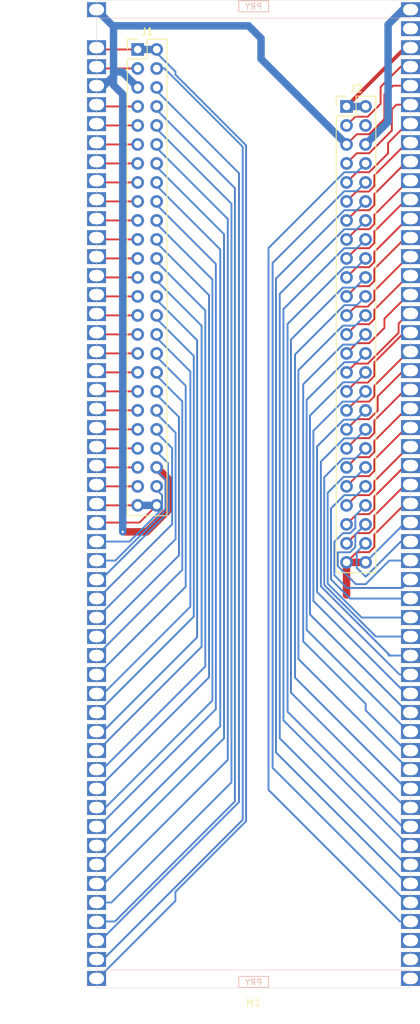
<source format=kicad_pcb>
(kicad_pcb (version 20241229) (generator "pcbnew") (generator_version "9.0")
  (layers (0 "F.Cu" signal) (2 "B.Cu" signal) (13 "F.Paste" user) (15 "B.Paste" user) (5 "F.SilkS" user "F.Silkscreen") (7 "B.SilkS" user "B.Silkscreen") (1 "F.Mask" user) (3 "B.Mask" user) (25 "Edge.Cuts" user))
  (net 0 "")
  (net 2 "J1_35")
  (net 3 "J1_24")
  (net 4 "J1_17")
  (net 5 "J1_19")
  (net 6 "J1_37")
  (net 7 "J1_30")
  (net 8 "J1_26")
  (net 9 "J1_29")
  (net 10 "J1_7")
  (net 11 "J1_4")
  (net 12 "J1_20")
  (net 13 "J1_39")
  (net 14 "J1_8")
  (net 15 "J1_41")
  (net 16 "J1_3")
  (net 17 "J1_38")
  (net 18 "J1_16")
  (net 19 "J1_23")
  (net 20 "J1_44")
  (net 21 "J1_32")
  (net 22 "J1_40")
  (net 23 "J1_11")
  (net 24 "J1_22")
  (net 25 "J1_14")
  (net 26 "J1_48")
  (net 27 "J1_31")
  (net 28 "J1_12")
  (net 29 "J1_9")
  (net 30 "J1_25")
  (net 31 "J1_42")
  (net 32 "J1_13")
  (net 33 "J1_43")
  (net 34 "J1_18")
  (net 35 "J1_33")
  (net 36 "J1_34")
  (net 37 "J1_10")
  (net 38 "J1_1")
  (net 39 "J1_47")
  (net 40 "J1_15")
  (net 41 "J1_27")
  (net 42 "J1_28")
  (net 43 "J1_21")
  (net 44 "J1_36")
  (net 45 "J2_48")
  (net 46 "J2_21")
  (net 47 "J2_31")
  (net 48 "J2_27")
  (net 49 "J2_37")
  (net 50 "J2_28")
  (net 51 "J2_47")
  (net 52 "J2_42")
  (net 53 "J2_36")
  (net 54 "J2_40")
  (net 55 "J2_17")
  (net 56 "J2_11")
  (net 57 "J2_41")
  (net 58 "J2_30")
  (net 59 "J2_24")
  (net 60 "J2_23")
  (net 61 "J2_26")
  (net 62 "J2_38")
  (net 63 "J2_43")
  (net 64 "J2_12")
  (net 65 "J2_32")
  (net 66 "J2_33")
  (net 67 "J2_35")
  (net 68 "J2_16")
  (net 69 "J2_7")
  (net 70 "J2_34")
  (net 71 "J2_18")
  (net 72 "J2_15")
  (net 73 "J2_14")
  (net 74 "J2_39")
  (net 75 "J2_9")
  (net 76 "J2_44")
  (net 77 "J2_20")
  (net 78 "J2_25")
  (net 79 "J2_10")
  (net 80 "J2_13")
  (net 81 "J2_29")
  (net 82 "J2_8")
  (net 83 "J2_19")
  (net 84 "J2_22")
  (net 85 "J1_46")
  (net 86 "J2_3")
  (net 87 "J1_45")
  (net 88 "J2_4")
  (footprint "MegaCastle:MegaCastle2x52-Module-I42.0x127.3-M1" (layer "F.Cu") (at 65.5 109.45)
    (property "Reference" "M1")
    (property "Value" "~")
    (fp_line (start -21 -66.040001) (end -21 66.040001) (stroke (width 0.05)) (layer "Edge.Cuts"))
    (fp_line (start -21 -66.040001) (end 21 -66.040001) (stroke (width 0.05)) (layer "Edge.Cuts"))
    (fp_line (start -21 66.040001) (end 21 66.040001) (stroke (width 0.05)) (layer "Edge.Cuts"))
    (fp_line (start 21 -66.040001) (end 21 66.040001) (stroke (width 0.05)) (layer "Edge.Cuts"))
  )
  (footprint "Connector_PinHeader_2.54mm:PinHeader_2x25_P2.54mm_Vertical" (layer "F.Cu") (at 50 50)
    (property "Reference" "J1")
    (property "Value" "Conn_02x25_Odd_Even")
  )
  (footprint "Connector_PinHeader_2.54mm:PinHeader_2x25_P2.54mm_Vertical" (layer "F.Cu") (at 77.94 57.62)
    (property "Reference" "J2")
    (property "Value" "Conn_02x25_Odd_Even")
  )
  (segment (start 44.74 93.18) (end 44.5 92.94) (width 0.25) (layer "F.Cu") (net 2))
  (segment (start 50 93.18) (end 44.74 93.18) (width 0.25) (layer "F.Cu") (net 2))
  (segment (start 59.049 132.5) (end 59.049 84.9) (width 0.25) (layer "B.Cu") (net 3))
  (segment (start 45.269 146.28) (end 59.049 132.5) (width 0.25) (layer "B.Cu") (net 3))
  (segment (start 59.049 84.9) (end 52.089 77.94) (width 0.25) (layer "B.Cu") (net 3))
  (segment (start 44.049 146.28) (end 45.269 146.28) (width 0.25) (layer "B.Cu") (net 3))
  (segment (start 50 70.32) (end 44.74 70.32) (width 0.25) (layer "F.Cu") (net 4))
  (segment (start 44.74 70.32) (end 44.5 70.08) (width 0.25) (layer "F.Cu") (net 4))
  (segment (start 50 72.86) (end 44.74 72.86) (width 0.25) (layer "F.Cu") (net 5))
  (segment (start 44.74 72.86) (end 44.5 72.62) (width 0.25) (layer "F.Cu") (net 5))
  (segment (start 50 95.72) (end 44.74 95.72) (width 0.25) (layer "F.Cu") (net 6))
  (segment (start 44.74 95.72) (end 44.5 95.48) (width 0.25) (layer "F.Cu") (net 6))
  (segment (start 57.5 90.971) (end 57.5 125.835) (width 0.25) (layer "B.Cu") (net 7))
  (segment (start 57.5 125.835) (end 44.675 138.66) (width 0.25) (layer "B.Cu") (net 7))
  (segment (start 52.089 85.56) (end 57.5 90.971) (width 0.25) (layer "B.Cu") (net 7))
  (segment (start 58.549 129.866) (end 44.675 143.74) (width 0.25) (layer "B.Cu") (net 8))
  (segment (start 52.089 80.48) (end 58.549 86.94) (width 0.25) (layer "B.Cu") (net 8))
  (segment (start 58.549 86.94) (end 58.549 129.866) (width 0.25) (layer "B.Cu") (net 8))
  (segment (start 50 85.56) (end 44.74 85.56) (width 0.25) (layer "F.Cu") (net 9))
  (segment (start 44.74 85.56) (end 44.5 85.32) (width 0.25) (layer "F.Cu") (net 9))
  (segment (start 44.74 57.62) (end 44.5 57.38) (width 0.25) (layer "F.Cu") (net 10))
  (segment (start 50 57.62) (end 44.74 57.62) (width 0.25) (layer "F.Cu") (net 10))
  (segment (start 53.509 52.54) (end 52.089 52.54) (width 0.25) (layer "B.Cu") (net 11))
  (segment (start 64.049 153) (end 64.049 63) (width 0.25) (layer "B.Cu") (net 11))
  (segment (start 53.549 52.5) (end 53.509 52.54) (width 0.25) (layer "B.Cu") (net 11))
  (segment (start 45.369 171.68) (end 64.049 153) (width 0.25) (layer "B.Cu") (net 11))
  (segment (start 44.049 171.68) (end 45.369 171.68) (width 0.25) (layer "B.Cu") (net 11))
  (segment (start 64.049 63) (end 53.549 52.5) (width 0.25) (layer "B.Cu") (net 11))
  (segment (start 60 137.049) (end 60 80.771) (width 0.25) (layer "B.Cu") (net 12))
  (segment (start 60 80.771) (end 52.089 72.86) (width 0.25) (layer "B.Cu") (net 12))
  (segment (start 44.049 151.36) (end 45.689 151.36) (width 0.25) (layer "B.Cu") (net 12))
  (segment (start 45.689 151.36) (end 60 137.049) (width 0.25) (layer "B.Cu") (net 12))
  (segment (start 50 98.26) (end 44.74 98.26) (width 0.25) (layer "F.Cu") (net 13))
  (segment (start 44.74 98.26) (end 44.5 98.02) (width 0.25) (layer "F.Cu") (net 13))
  (segment (start 63 68.531) (end 52.089 57.62) (width 0.25) (layer "B.Cu") (net 14))
  (segment (start 63 150.549) (end 63 68.531) (width 0.25) (layer "B.Cu") (net 14))
  (segment (start 46.949 166.6) (end 63 150.549) (width 0.25) (layer "B.Cu") (net 14))
  (segment (start 44.049 166.6) (end 46.949 166.6) (width 0.25) (layer "B.Cu") (net 14))
  (segment (start 50 100.8) (end 44.74 100.8) (width 0.25) (layer "F.Cu") (net 15))
  (segment (start 44.74 100.8) (end 44.5 100.56) (width 0.25) (layer "F.Cu") (net 15))
  (segment (start 50 52.54) (end 44.74 52.54) (width 0.25) (layer "F.Cu") (net 16))
  (segment (start 44.74 52.54) (end 44.5 52.3) (width 0.25) (layer "F.Cu") (net 16))
  (segment (start 52.089 95.72) (end 55.52 99.151) (width 0.25) (layer "B.Cu") (net 17))
  (segment (start 55.52 117.655) (end 44.675 128.5) (width 0.25) (layer "B.Cu") (net 17))
  (segment (start 55.52 99.151) (end 55.52 117.655) (width 0.25) (layer "B.Cu") (net 17))
  (segment (start 44.675 128.5) (end 44.049 128.5) (width 0.25) (layer "B.Cu") (net 17))
  (segment (start 45.109 156.44) (end 61.049 140.5) (width 0.25) (layer "B.Cu") (net 18))
  (segment (start 61.049 76.74) (end 52.089 67.78) (width 0.25) (layer "B.Cu") (net 18))
  (segment (start 44.049 156.44) (end 45.109 156.44) (width 0.25) (layer "B.Cu") (net 18))
  (segment (start 61.049 140.5) (end 61.049 76.74) (width 0.25) (layer "B.Cu") (net 18))
  (segment (start 44.74 77.94) (end 44.5 77.7) (width 0.25) (layer "F.Cu") (net 19))
  (segment (start 50 77.94) (end 44.74 77.94) (width 0.25) (layer "F.Cu") (net 19))
  (segment (start 54.167 111.820736) (end 54.167 107.118) (width 0.25) (layer "B.Cu") (net 20))
  (segment (start 54.049 107) (end 54.049 105.3) (width 0.25) (layer "B.Cu") (net 20))
  (segment (start 45.107736 120.88) (end 54.167 111.820736) (width 0.25) (layer "B.Cu") (net 20))
  (segment (start 54.049 105.3) (end 52.089 103.34) (width 0.25) (layer "B.Cu") (net 20))
  (segment (start 44.049 120.88) (end 45.107736 120.88) (width 0.25) (layer "B.Cu") (net 20))
  (segment (start 54.167 107.118) (end 54.049 107) (width 0.25) (layer "B.Cu") (net 20))
  (segment (start 45.429 136.12) (end 57.049 124.5) (width 0.25) (layer "B.Cu") (net 21))
  (segment (start 44.049 136.12) (end 45.429 136.12) (width 0.25) (layer "B.Cu") (net 21))
  (segment (start 57.049 124.5) (end 57.049 93.06) (width 0.25) (layer "B.Cu") (net 21))
  (segment (start 57.049 93.06) (end 52.089 88.1) (width 0.25) (layer "B.Cu") (net 21))
  (segment (start 44.589 125.96) (end 55.069 115.48) (width 0.25) (layer "B.Cu") (net 22))
  (segment (start 55.069 115.48) (end 55.069 101.24) (width 0.25) (layer "B.Cu") (net 22))
  (segment (start 55.069 101.24) (end 52.089 98.26) (width 0.25) (layer "B.Cu") (net 22))
  (segment (start 44.049 125.96) (end 44.589 125.96) (width 0.25) (layer "B.Cu") (net 22))
  (segment (start 44.74 62.7) (end 44.5 62.46) (width 0.25) (layer "F.Cu") (net 23))
  (segment (start 50 62.7) (end 44.74 62.7) (width 0.25) (layer "F.Cu") (net 23))
  (segment (start 52.089 75.4) (end 59.549 82.86) (width 0.25) (layer "B.Cu") (net 24))
  (segment (start 59.549 133.946) (end 44.675 148.82) (width 0.25) (layer "B.Cu") (net 24))
  (segment (start 59.549 82.86) (end 59.549 133.946) (width 0.25) (layer "B.Cu") (net 24))
  (segment (start 52.089 65.24) (end 61.549 74.7) (width 0.25) (layer "B.Cu") (net 25))
  (segment (start 61.549 74.7) (end 61.549 142.106) (width 0.25) (layer "B.Cu") (net 25))
  (segment (start 61.549 142.106) (end 44.675 158.98) (width 0.25) (layer "B.Cu") (net 25))
  (segment (start 48.912116 115.8) (end 44.049 115.8) (width 0.25) (layer "B.Cu") (net 26))
  (segment (start 53.265 109.596) (end 53.265 111.447116) (width 0.25) (layer "B.Cu") (net 26))
  (segment (start 53.265 111.447116) (end 48.912116 115.8) (width 0.25) (layer "B.Cu") (net 26))
  (segment (start 52.089 108.42) (end 53.265 109.596) (width 0.25) (layer "B.Cu") (net 26))
  (segment (start 44.74 88.1) (end 44.5 87.86) (width 0.25) (layer "F.Cu") (net 27))
  (segment (start 50 88.1) (end 44.74 88.1) (width 0.25) (layer "F.Cu") (net 27))
  (segment (start 44.049 161.52) (end 45.529 161.52) (width 0.25) (layer "B.Cu") (net 28))
  (segment (start 45.529 161.52) (end 62.049 145) (width 0.25) (layer "B.Cu") (net 28))
  (segment (start 62.049 145) (end 62.049 72.66) (width 0.25) (layer "B.Cu") (net 28))
  (segment (start 62.049 72.66) (end 52.089 62.7) (width 0.25) (layer "B.Cu") (net 28))
  (segment (start 44.74 60.16) (end 44.5 59.92) (width 0.25) (layer "F.Cu") (net 29))
  (segment (start 50 60.16) (end 44.74 60.16) (width 0.25) (layer "F.Cu") (net 29))
  (segment (start 44.74 80.48) (end 44.5 80.24) (width 0.25) (layer "F.Cu") (net 30))
  (segment (start 50 80.48) (end 44.74 80.48) (width 0.25) (layer "F.Cu") (net 30))
  (segment (start 52.089 100.8) (end 54.618 103.329) (width 0.25) (layer "B.Cu") (net 31))
  (segment (start 54.618 113.477) (end 44.675 123.42) (width 0.25) (layer "B.Cu") (net 31))
  (segment (start 54.618 103.329) (end 54.618 113.477) (width 0.25) (layer "B.Cu") (net 31))
  (segment (start 44.74 65.24) (end 44.5 65) (width 0.25) (layer "F.Cu") (net 32))
  (segment (start 50 65.24) (end 44.74 65.24) (width 0.25) (layer "F.Cu") (net 32))
  (segment (start 50 103.34) (end 44.74 103.34) (width 0.25) (layer "F.Cu") (net 33))
  (segment (start 44.74 103.34) (end 44.5 103.1) (width 0.25) (layer "F.Cu") (net 33))
  (segment (start 60.451 78.682) (end 60.451 138.224) (width 0.25) (layer "B.Cu") (net 34))
  (segment (start 60.451 138.224) (end 44.675 154) (width 0.25) (layer "B.Cu") (net 34))
  (segment (start 52.089 70.32) (end 60.451 78.682) (width 0.25) (layer "B.Cu") (net 34))
  (segment (start 50 90.64) (end 44.74 90.64) (width 0.25) (layer "F.Cu") (net 35))
  (segment (start 44.74 90.64) (end 44.5 90.4) (width 0.25) (layer "F.Cu") (net 35))
  (segment (start 44.675 133.58) (end 44.049 133.58) (width 0.25) (layer "B.Cu") (net 36))
  (segment (start 56.422 94.973) (end 56.422 121.833) (width 0.25) (layer "B.Cu") (net 36))
  (segment (start 56.422 121.833) (end 44.675 133.58) (width 0.25) (layer "B.Cu") (net 36))
  (segment (start 52.089 90.64) (end 56.422 94.973) (width 0.25) (layer "B.Cu") (net 36))
  (segment (start 62.549 148) (end 46.489 164.06) (width 0.25) (layer "B.Cu") (net 37))
  (segment (start 52.089 60.16) (end 62.549 70.62) (width 0.25) (layer "B.Cu") (net 37))
  (segment (start 46.489 164.06) (end 44.049 164.06) (width 0.25) (layer "B.Cu") (net 37))
  (segment (start 62.549 70.62) (end 62.549 148) (width 0.25) (layer "B.Cu") (net 37))
  (segment (start 44.74 50) (end 44.5 49.76) (width 0.25) (layer "F.Cu") (net 38))
  (segment (start 77.94 57.62) (end 85.749 49.811) (width 0.5) (layer "F.Cu") (net 38))
  (segment (start 79.304 117.216) (end 77.94 118.58) (width 0.25) (layer "F.Cu") (net 38))
  (segment (start 50.24 113.26) (end 44.5 113.26) (width 0.25) (layer "F.Cu") (net 38))
  (segment (start 81.656 116.527116) (end 80.967116 117.216) (width 0.25) (layer "F.Cu") (net 38))
  (segment (start 85.749 49.811) (end 85.749 49.76) (width 0.5) (layer "F.Cu") (net 38))
  (segment (start 77.94 118.58) (end 80.48 118.58) (width 1) (layer "F.Cu") (net 38))
  (segment (start 77.94 118.58) (end 77.94 122.94) (width 1) (layer "F.Cu") (net 38))
  (segment (start 50 50) (end 44.74 50) (width 0.25) (layer "F.Cu") (net 38))
  (segment (start 86.5 110.72) (end 85.8 110.72) (width 0.25) (layer "F.Cu") (net 38))
  (segment (start 50 110.96) (end 44.74 110.96) (width 0.25) (layer "F.Cu") (net 38))
  (segment (start 80.967116 117.216) (end 79.304 117.216) (width 0.25) (layer "F.Cu") (net 38))
  (segment (start 52.54 110.96) (end 50.24 113.26) (width 0.25) (layer "F.Cu") (net 38))
  (segment (start 85.8 110.72) (end 81.656 114.864) (width 0.25) (layer "F.Cu") (net 38))
  (segment (start 44.74 110.96) (end 44.5 110.72) (width 0.25) (layer "F.Cu") (net 38))
  (segment (start 81.656 114.864) (end 81.656 116.527116) (width 0.25) (layer "F.Cu") (net 38))
  (segment (start 52.54 50) (end 50 50) (width 1) (layer "B.Cu") (net 38))
  (segment (start 52.089 50) (end 55.049 52.96) (width 0.25) (layer "B.Cu") (net 38))
  (segment (start 64.5 62.81319) (end 64.5 153.18681) (width 0.25) (layer "B.Cu") (net 38))
  (segment (start 55.049 53.36219) (end 64.5 62.81319) (width 0.25) (layer "B.Cu") (net 38))
  (segment (start 85.8 113.26) (end 80.48 118.58) (width 0.25) (layer "B.Cu") (net 38))
  (segment (start 55.049 162.63781) (end 55.049 163.846) (width 0.25) (layer "B.Cu") (net 38))
  (segment (start 55.049 163.846) (end 44.675 174.22) (width 0.25) (layer "B.Cu") (net 38))
  (segment (start 80.48 57.62) (end 77.94 57.62) (width 1) (layer "B.Cu") (net 38))
  (segment (start 52.54 110.96) (end 50 110.96) (width 1) (layer "B.Cu") (net 38))
  (segment (start 86.5 113.26) (end 85.8 113.26) (width 0.25) (layer "B.Cu") (net 38))
  (segment (start 55.049 52.96) (end 55.049 53.36219) (width 0.25) (layer "B.Cu") (net 38))
  (segment (start 64.5 153.18681) (end 55.049 162.63781) (width 0.25) (layer "B.Cu") (net 38))
  (segment (start 50 108.42) (end 44.74 108.42) (width 0.25) (layer "F.Cu") (net 39))
  (segment (start 44.74 108.42) (end 44.5 108.18) (width 0.25) (layer "F.Cu") (net 39))
  (segment (start 50 67.78) (end 44.74 67.78) (width 0.25) (layer "F.Cu") (net 40))
  (segment (start 44.74 67.78) (end 44.5 67.54) (width 0.25) (layer "F.Cu") (net 40))
  (segment (start 50 83.02) (end 44.74 83.02) (width 0.25) (layer "F.Cu") (net 41))
  (segment (start 44.74 83.02) (end 44.5 82.78) (width 0.25) (layer "F.Cu") (net 41))
  (segment (start 45.349 141.2) (end 57.951 128.598) (width 0.25) (layer "B.Cu") (net 42))
  (segment (start 57.951 88.882) (end 52.089 83.02) (width 0.25) (layer "B.Cu") (net 42))
  (segment (start 44.049 141.2) (end 45.349 141.2) (width 0.25) (layer "B.Cu") (net 42))
  (segment (start 57.951 128.598) (end 57.951 88.882) (width 0.25) (layer "B.Cu") (net 42))
  (segment (start 44.74 75.4) (end 44.5 75.16) (width 0.25) (layer "F.Cu") (net 43))
  (segment (start 50 75.4) (end 44.74 75.4) (width 0.25) (layer "F.Cu") (net 43))
  (segment (start 55.971 119.578) (end 55.971 97.062) (width 0.25) (layer "B.Cu") (net 44))
  (segment (start 44.049 131.04) (end 44.509 131.04) (width 0.25) (layer "B.Cu") (net 44))
  (segment (start 44.509 131.04) (end 55.971 119.578) (width 0.25) (layer "B.Cu") (net 44))
  (segment (start 55.971 97.062) (end 52.089 93.18) (width 0.25) (layer "B.Cu") (net 44))
  (segment (start 79.304 117.216) (end 80.48 116.04) (width 0.25) (layer "B.Cu") (net 45))
  (segment (start 79.304 119.304) (end 79.304 117.216) (width 0.25) (layer "B.Cu") (net 45))
  (segment (start 80.5 120.5) (end 79.304 119.304) (width 0.25) (layer "B.Cu") (net 45))
  (segment (start 85.2 115.8) (end 80.5 120.5) (width 0.25) (layer "B.Cu") (net 45))
  (segment (start 86.5 115.8) (end 85.2 115.8) (width 0.25) (layer "B.Cu") (net 45))
  (segment (start 81.656 79.344) (end 81.656 80.967116) (width 0.25) (layer "F.Cu") (net 46))
  (segment (start 81.656 80.967116) (end 80.967116 81.656) (width 0.25) (layer "F.Cu") (net 46))
  (segment (start 79.304 81.656) (end 77.94 83.02) (width 0.25) (layer "F.Cu") (net 46))
  (segment (start 86.5 75.16) (end 85.84 75.16) (width 0.25) (layer "F.Cu") (net 46))
  (segment (start 85.84 75.16) (end 81.656 79.344) (width 0.25) (layer "F.Cu") (net 46))
  (segment (start 80.967116 81.656) (end 79.304 81.656) (width 0.25) (layer "F.Cu") (net 46))
  (segment (start 81.656 93.667116) (end 80.779116 94.544) (width 0.25) (layer "F.Cu") (net 47))
  (segment (start 85.64 87.86) (end 81.656 91.844) (width 0.25) (layer "F.Cu") (net 47))
  (segment (start 81.656 91.844) (end 81.656 93.667116) (width 0.25) (layer "F.Cu") (net 47))
  (segment (start 79.116 94.544) (end 77.94 95.72) (width 0.25) (layer "F.Cu") (net 47))
  (segment (start 86.5 87.86) (end 85.64 87.86) (width 0.25) (layer "F.Cu") (net 47))
  (segment (start 80.779116 94.544) (end 79.116 94.544) (width 0.25) (layer "F.Cu") (net 47))
  (segment (start 80.967116 89.276) (end 79.304 89.276) (width 0.25) (layer "F.Cu") (net 48))
  (segment (start 83.01 86) (end 83.01 87.233116) (width 0.25) (layer "F.Cu") (net 48))
  (segment (start 79.304 89.276) (end 77.94 90.64) (width 0.25) (layer "F.Cu") (net 48))
  (segment (start 86.23 82.78) (end 83.01 86) (width 0.25) (layer "F.Cu") (net 48))
  (segment (start 83.01 87.233116) (end 80.967116 89.276) (width 0.25) (layer "F.Cu") (net 48))
  (segment (start 86.5 82.78) (end 86.23 82.78) (width 0.25) (layer "F.Cu") (net 48))
  (segment (start 81.656 99.624) (end 81.656 101.287116) (width 0.25) (layer "F.Cu") (net 49))
  (segment (start 79.304 101.976) (end 77.94 103.34) (width 0.25) (layer "F.Cu") (net 49))
  (segment (start 85.8 95.48) (end 81.656 99.624) (width 0.25) (layer "F.Cu") (net 49))
  (segment (start 81.656 101.287116) (end 80.967116 101.976) (width 0.25) (layer "F.Cu") (net 49))
  (segment (start 86.5 95.48) (end 85.8 95.48) (width 0.25) (layer "F.Cu") (net 49))
  (segment (start 80.967116 101.976) (end 79.304 101.976) (width 0.25) (layer "F.Cu") (net 49))
  (segment (start 77.640884 91.816) (end 79.304 91.816) (width 0.25) (layer "B.Cu") (net 50))
  (segment (start 72.598 96.858884) (end 77.640884 91.816) (width 0.25) (layer "B.Cu") (net 50))
  (segment (start 86.2 141.2) (end 72.598 127.598) (width 0.25) (layer "B.Cu") (net 50))
  (segment (start 79.304 91.816) (end 80.48 90.64) (width 0.25) (layer "B.Cu") (net 50))
  (segment (start 72.598 127.598) (end 72.598 96.858884) (width 0.25) (layer "B.Cu") (net 50))
  (segment (start 86.5 141.2) (end 86.2 141.2) (width 0.25) (layer "B.Cu") (net 50))
  (segment (start 81.656 113.987116) (end 80.967116 114.676) (width 0.25) (layer "F.Cu") (net 51))
  (segment (start 85.82 108.18) (end 81.656 112.344) (width 0.25) (layer "F.Cu") (net 51))
  (segment (start 79.304 114.676) (end 77.94 116.04) (width 0.25) (layer "F.Cu") (net 51))
  (segment (start 81.656 112.344) (end 81.656 113.987116) (width 0.25) (layer "F.Cu") (net 51))
  (segment (start 86.5 108.18) (end 85.82 108.18) (width 0.25) (layer "F.Cu") (net 51))
  (segment (start 80.967116 114.676) (end 79.304 114.676) (width 0.25) (layer "F.Cu") (net 51))
  (segment (start 77.640884 109.596) (end 79.304 109.596) (width 0.25) (layer "B.Cu") (net 52))
  (segment (start 86.5 123.42) (end 78.42 123.42) (width 0.25) (layer "B.Cu") (net 52))
  (segment (start 75.862 111.374884) (end 77.640884 109.596) (width 0.25) (layer "B.Cu") (net 52))
  (segment (start 79.304 109.596) (end 80.48 108.42) (width 0.25) (layer "B.Cu") (net 52))
  (segment (start 78.42 123.42) (end 75.862 120.862) (width 0.25) (layer "B.Cu") (net 52))
  (segment (start 75.862 120.862) (end 75.862 111.374884) (width 0.25) (layer "B.Cu") (net 52))
  (segment (start 74.5 105.116884) (end 77.616884 102) (width 0.25) (layer "B.Cu") (net 53))
  (segment (start 83.76438 131.04) (end 74.5 121.77562) (width 0.25) (layer "B.Cu") (net 53))
  (segment (start 74.5 121.77562) (end 74.5 105.116884) (width 0.25) (layer "B.Cu") (net 53))
  (segment (start 77.616884 102) (end 79.28 102) (width 0.25) (layer "B.Cu") (net 53))
  (segment (start 86.5 131.04) (end 84 131.04) (width 0.25) (layer "B.Cu") (net 53))
  (segment (start 84 131.04) (end 83.54 131.04) (width 0.25) (layer "B.Cu") (net 53))
  (segment (start 79.28 102) (end 80.48 100.8) (width 0.25) (layer "B.Cu") (net 53))
  (segment (start 84 131.04) (end 83.76438 131.04) (width 0.25) (layer "B.Cu") (net 53))
  (segment (start 86.5 125.96) (end 79.96 125.96) (width 0.25) (layer "B.Cu") (net 54))
  (segment (start 79.216884 107.143116) (end 80.48 105.88) (width 0.25) (layer "B.Cu") (net 54))
  (segment (start 77.553768 107.143116) (end 79.216884 107.143116) (width 0.25) (layer "B.Cu") (net 54))
  (segment (start 75.411 121.411) (end 75.411 109.285884) (width 0.25) (layer "B.Cu") (net 54))
  (segment (start 79.96 125.96) (end 75.411 121.411) (width 0.25) (layer "B.Cu") (net 54))
  (segment (start 75.411 109.285884) (end 77.553768 107.143116) (width 0.25) (layer "B.Cu") (net 54))
  (segment (start 79.304 76.576) (end 77.94 77.94) (width 0.25) (layer "F.Cu") (net 55))
  (segment (start 81.656 75.887116) (end 80.967116 76.576) (width 0.25) (layer "F.Cu") (net 55))
  (segment (start 81.656 74.344) (end 81.656 75.887116) (width 0.25) (layer "F.Cu") (net 55))
  (segment (start 80.967116 76.576) (end 79.304 76.576) (width 0.25) (layer "F.Cu") (net 55))
  (segment (start 85.92 70.08) (end 81.656 74.344) (width 0.25) (layer "F.Cu") (net 55))
  (segment (start 86.5 70.08) (end 85.92 70.08) (width 0.25) (layer "F.Cu") (net 55))
  (segment (start 80.923116 69) (end 79.26 69) (width 0.25) (layer "F.Cu") (net 56))
  (segment (start 86.5 62.46) (end 86.04 62.46) (width 0.25) (layer "F.Cu") (net 56))
  (segment (start 79.26 69) (end 77.94 70.32) (width 0.25) (layer "F.Cu") (net 56))
  (segment (start 81.656 68.267116) (end 80.923116 69) (width 0.25) (layer "F.Cu") (net 56))
  (segment (start 81.656 66.844) (end 81.656 68.267116) (width 0.25) (layer "F.Cu") (net 56))
  (segment (start 86.04 62.46) (end 81.656 66.844) (width 0.25) (layer "F.Cu") (net 56))
  (segment (start 81.656 104.844) (end 81.656 106.367116) (width 0.25) (layer "F.Cu") (net 57))
  (segment (start 80.967116 107.056) (end 79.304 107.056) (width 0.25) (layer "F.Cu") (net 57))
  (segment (start 85.94 100.56) (end 81.656 104.844) (width 0.25) (layer "F.Cu") (net 57))
  (segment (start 79.304 107.056) (end 77.94 108.42) (width 0.25) (layer "F.Cu") (net 57))
  (segment (start 81.656 106.367116) (end 80.967116 107.056) (width 0.25) (layer "F.Cu") (net 57))
  (segment (start 86.5 100.56) (end 85.94 100.56) (width 0.25) (layer "F.Cu") (net 57))
  (segment (start 77.496884 94.5) (end 79.16 94.5) (width 0.25) (layer "B.Cu") (net 58))
  (segment (start 79.16 94.5) (end 80.48 93.18) (width 0.25) (layer "B.Cu") (net 58))
  (segment (start 86.5 138.66) (end 86.16 138.66) (width 0.25) (layer "B.Cu") (net 58))
  (segment (start 73.049 125.549) (end 73.049 98.947884) (width 0.25) (layer "B.Cu") (net 58))
  (segment (start 86.16 138.66) (end 73.049 125.549) (width 0.25) (layer "B.Cu") (net 58))
  (segment (start 73.049 98.947884) (end 77.496884 94.5) (width 0.25) (layer "B.Cu") (net 58))
  (segment (start 77.452884 86.924) (end 79.116 86.924) (width 0.25) (layer "B.Cu") (net 59))
  (segment (start 86.28 146.28) (end 71.5 131.5) (width 0.25) (layer "B.Cu") (net 59))
  (segment (start 79.116 86.924) (end 80.48 85.56) (width 0.25) (layer "B.Cu") (net 59))
  (segment (start 71.5 131.5) (end 71.5 92.876884) (width 0.25) (layer "B.Cu") (net 59))
  (segment (start 86.5 146.28) (end 86.28 146.28) (width 0.25) (layer "B.Cu") (net 59))
  (segment (start 71.5 92.876884) (end 77.452884 86.924) (width 0.25) (layer "B.Cu") (net 59))
  (segment (start 81.656 83.507116) (end 80.779116 84.384) (width 0.25) (layer "F.Cu") (net 60))
  (segment (start 80.779116 84.384) (end 79.116 84.384) (width 0.25) (layer "F.Cu") (net 60))
  (segment (start 86.5 77.7) (end 86.23 77.7) (width 0.25) (layer "F.Cu") (net 60))
  (segment (start 79.116 84.384) (end 77.94 85.56) (width 0.25) (layer "F.Cu") (net 60))
  (segment (start 81.656 82.274) (end 81.656 83.507116) (width 0.25) (layer "F.Cu") (net 60))
  (segment (start 86.23 77.7) (end 81.656 82.274) (width 0.25) (layer "F.Cu") (net 60))
  (segment (start 77.452884 89.464) (end 72.147 94.769884) (width 0.25) (layer "B.Cu") (net 61))
  (segment (start 80.48 88.1) (end 79.116 89.464) (width 0.25) (layer "B.Cu") (net 61))
  (segment (start 72.147 94.769884) (end 72.147 129.147) (width 0.25) (layer "B.Cu") (net 61))
  (segment (start 79.116 89.464) (end 77.452884 89.464) (width 0.25) (layer "B.Cu") (net 61))
  (segment (start 72.147 129.147) (end 80.5 137.5) (width 0.25) (layer "B.Cu") (net 61))
  (segment (start 80.5 137.5) (end 80.5 138.366) (width 0.25) (layer "B.Cu") (net 61))
  (segment (start 80.5 138.366) (end 85.874 143.74) (width 0.25) (layer "B.Cu") (net 61))
  (segment (start 74.96 121.59781) (end 74.96 107.196884) (width 0.25) (layer "B.Cu") (net 62))
  (segment (start 77.452884 104.704) (end 79.116 104.704) (width 0.25) (layer "B.Cu") (net 62))
  (segment (start 86.5 128.5) (end 81.86219 128.5) (width 0.25) (layer "B.Cu") (net 62))
  (segment (start 74.96 107.196884) (end 77.452884 104.704) (width 0.25) (layer "B.Cu") (net 62))
  (segment (start 81.86219 128.5) (end 74.96 121.59781) (width 0.25) (layer "B.Cu") (net 62))
  (segment (start 79.116 104.704) (end 80.48 103.34) (width 0.25) (layer "B.Cu") (net 62))
  (segment (start 86.5 103.1) (end 86.293 103.1) (width 0.25) (layer "F.Cu") (net 63))
  (segment (start 81.656 108.907116) (end 80.967116 109.596) (width 0.25) (layer "F.Cu") (net 63))
  (segment (start 80.967116 109.596) (end 79.304 109.596) (width 0.25) (layer "F.Cu") (net 63))
  (segment (start 81.656 107.737) (end 81.656 108.907116) (width 0.25) (layer "F.Cu") (net 63))
  (segment (start 79.304 109.596) (end 77.94 110.96) (width 0.25) (layer "F.Cu") (net 63))
  (segment (start 86.293 103.1) (end 81.656 107.737) (width 0.25) (layer "F.Cu") (net 63))
  (segment (start 86.5 161.52) (end 86.02 161.52) (width 0.25) (layer "B.Cu") (net 64))
  (segment (start 77.640884 71.496) (end 79.304 71.496) (width 0.25) (layer "B.Cu") (net 64))
  (segment (start 68.5 144) (end 68.5 80.636884) (width 0.25) (layer "B.Cu") (net 64))
  (segment (start 86.02 161.52) (end 68.5 144) (width 0.25) (layer "B.Cu") (net 64))
  (segment (start 79.304 71.496) (end 80.48 70.32) (width 0.25) (layer "B.Cu") (net 64))
  (segment (start 68.5 80.636884) (end 77.640884 71.496) (width 0.25) (layer "B.Cu") (net 64))
  (segment (start 73.5 101) (end 73.5 123.746) (width 0.25) (layer "B.Cu") (net 65))
  (segment (start 77.416 97.084) (end 73.5 101) (width 0.25) (layer "B.Cu") (net 65))
  (segment (start 79.116 97.084) (end 77.416 97.084) (width 0.25) (layer "B.Cu") (net 65))
  (segment (start 80.48 95.72) (end 79.116 97.084) (width 0.25) (layer "B.Cu") (net 65))
  (segment (start 73.5 123.746) (end 85.874 136.12) (width 0.25) (layer "B.Cu") (net 65))
  (segment (start 86.23 90.4) (end 81.656 94.974) (width 0.25) (layer "F.Cu") (net 66))
  (segment (start 79.116 97.084) (end 77.94 98.26) (width 0.25) (layer "F.Cu") (net 66))
  (segment (start 81.656 94.974) (end 81.656 96.395116) (width 0.25) (layer "F.Cu") (net 66))
  (segment (start 81.656 96.395116) (end 80.967116 97.084) (width 0.25) (layer "F.Cu") (net 66))
  (segment (start 86.5 90.4) (end 86.23 90.4) (width 0.25) (layer "F.Cu") (net 66))
  (segment (start 80.967116 97.084) (end 79.116 97.084) (width 0.25) (layer "F.Cu") (net 66))
  (segment (start 82.107 96.393) (end 82.107 98.296116) (width 0.25) (layer "F.Cu") (net 67))
  (segment (start 85.56 92.94) (end 82.107 96.393) (width 0.25) (layer "F.Cu") (net 67))
  (segment (start 86.5 92.94) (end 85.56 92.94) (width 0.25) (layer "F.Cu") (net 67))
  (segment (start 82.107 98.296116) (end 80.967116 99.436) (width 0.25) (layer "F.Cu") (net 67))
  (segment (start 79.304 99.436) (end 77.94 100.8) (width 0.25) (layer "F.Cu") (net 67))
  (segment (start 80.967116 99.436) (end 79.304 99.436) (width 0.25) (layer "F.Cu") (net 67))
  (segment (start 77.640884 76.576) (end 79.304 76.576) (width 0.25) (layer "B.Cu") (net 68))
  (segment (start 86.23 156.44) (end 69.5 139.71) (width 0.25) (layer "B.Cu") (net 68))
  (segment (start 69.5 139.71) (end 69.5 84.716884) (width 0.25) (layer "B.Cu") (net 68))
  (segment (start 86.5 156.44) (end 86.23 156.44) (width 0.25) (layer "B.Cu") (net 68))
  (segment (start 79.304 76.576) (end 80.48 75.4) (width 0.25) (layer "B.Cu") (net 68))
  (segment (start 69.5 84.716884) (end 77.640884 76.576) (width 0.25) (layer "B.Cu") (net 68))
  (segment (start 80.967116 63.876) (end 84 60.843116) (width 0.25) (layer "F.Cu") (net 69))
  (segment (start 79.304 63.876) (end 80.967116 63.876) (width 0.25) (layer "F.Cu") (net 69))
  (segment (start 84 60.843116) (end 84 58) (width 0.25) (layer "F.Cu") (net 69))
  (segment (start 77.94 65.24) (end 79.304 63.876) (width 0.25) (layer "F.Cu") (net 69))
  (segment (start 84.62 57.38) (end 86.5 57.38) (width 0.25) (layer "F.Cu") (net 69))
  (segment (start 84 58) (end 84.62 57.38) (width 0.25) (layer "F.Cu") (net 69))
  (segment (start 74 122.55) (end 74 103.076884) (width 0.25) (layer "B.Cu") (net 70))
  (segment (start 74 103.076884) (end 77.576884 99.5) (width 0.25) (layer "B.Cu") (net 70))
  (segment (start 79.24 99.5) (end 80.48 98.26) (width 0.25) (layer "B.Cu") (net 70))
  (segment (start 85.03 133.58) (end 74 122.55) (width 0.25) (layer "B.Cu") (net 70))
  (segment (start 86.5 133.58) (end 85.03 133.58) (width 0.25) (layer "B.Cu") (net 70))
  (segment (start 77.576884 99.5) (end 79.24 99.5) (width 0.25) (layer "B.Cu") (net 70))
  (segment (start 80.48 77.94) (end 79.304 79.116) (width 0.25) (layer "B.Cu") (net 71))
  (segment (start 70.049 86.707884) (end 70.049 138.549) (width 0.25) (layer "B.Cu") (net 71))
  (segment (start 77.640884 79.116) (end 70.049 86.707884) (width 0.25) (layer "B.Cu") (net 71))
  (segment (start 85.4 153.9) (end 86.5 153.9) (width 0.25) (layer "B.Cu") (net 71))
  (segment (start 79.304 79.116) (end 77.640884 79.116) (width 0.25) (layer "B.Cu") (net 71))
  (segment (start 70.049 138.549) (end 85.4 153.9) (width 0.25) (layer "B.Cu") (net 71))
  (segment (start 80.967116 74.036) (end 79.304 74.036) (width 0.25) (layer "F.Cu") (net 72))
  (segment (start 81.656 72.114) (end 81.656 73.347116) (width 0.25) (layer "F.Cu") (net 72))
  (segment (start 86.23 67.54) (end 81.656 72.114) (width 0.25) (layer "F.Cu") (net 72))
  (segment (start 86.5 67.54) (end 86.23 67.54) (width 0.25) (layer "F.Cu") (net 72))
  (segment (start 79.304 74.036) (end 77.94 75.4) (width 0.25) (layer "F.Cu") (net 72))
  (segment (start 81.656 73.347116) (end 80.967116 74.036) (width 0.25) (layer "F.Cu") (net 72))
  (segment (start 79.304 74.036) (end 77.640884 74.036) (width 0.25) (layer "B.Cu") (net 73))
  (segment (start 77.640884 74.036) (end 69 82.676884) (width 0.25) (layer "B.Cu") (net 73))
  (segment (start 80.48 72.86) (end 79.304 74.036) (width 0.25) (layer "B.Cu") (net 73))
  (segment (start 69 82.676884) (end 69 142.106) (width 0.25) (layer "B.Cu") (net 73))
  (segment (start 69 142.106) (end 85.874 158.98) (width 0.25) (layer "B.Cu") (net 73))
  (segment (start 81.656 103.827116) (end 80.967116 104.516) (width 0.25) (layer "F.Cu") (net 74))
  (segment (start 81.656 102.344) (end 81.656 103.827116) (width 0.25) (layer "F.Cu") (net 74))
  (segment (start 86.5 98.02) (end 85.98 98.02) (width 0.25) (layer "F.Cu") (net 74))
  (segment (start 85.98 98.02) (end 81.656 102.344) (width 0.25) (layer "F.Cu") (net 74))
  (segment (start 80.967116 104.516) (end 79.304 104.516) (width 0.25) (layer "F.Cu") (net 74))
  (segment (start 79.304 104.516) (end 77.94 105.88) (width 0.25) (layer "F.Cu") (net 74))
  (segment (start 83.5 62.5) (end 85.874 60.126) (width 0.25) (layer "F.Cu") (net 75))
  (segment (start 85.874 60.126) (end 85.874 59.92) (width 0.25) (layer "F.Cu") (net 75))
  (segment (start 77.94 67.78) (end 79.304 66.416) (width 0.25) (layer "F.Cu") (net 75))
  (segment (start 79.304 66.416) (end 80.967116 66.416) (width 0.25) (layer "F.Cu") (net 75))
  (segment (start 83.5 63.883116) (end 83.5 62.5) (width 0.25) (layer "F.Cu") (net 75))
  (segment (start 80.967116 66.416) (end 83.5 63.883116) (width 0.25) (layer "F.Cu") (net 75))
  (segment (start 86.5 120.88) (end 85.38 122) (width 0.25) (layer "B.Cu") (net 76))
  (segment (start 78.427116 114.676) (end 79.116 113.987116) (width 0.25) (layer "B.Cu") (net 76))
  (segment (start 76.313 115.815884) (end 77.452884 114.676) (width 0.25) (layer "B.Cu") (net 76))
  (segment (start 79.116 113.987116) (end 79.116 112.324) (width 0.25) (layer "B.Cu") (net 76))
  (segment (start 79.116 112.324) (end 80.48 110.96) (width 0.25) (layer "B.Cu") (net 76))
  (segment (start 85.38 122) (end 78 122) (width 0.25) (layer "B.Cu") (net 76))
  (segment (start 77.452884 114.676) (end 78.427116 114.676) (width 0.25) (layer "B.Cu") (net 76))
  (segment (start 78 122) (end 76.313 120.313) (width 0.25) (layer "B.Cu") (net 76))
  (segment (start 76.313 120.313) (end 76.313 115.815884) (width 0.25) (layer "B.Cu") (net 76))
  (segment (start 70.5 88.796884) (end 77.452884 81.844) (width 0.25) (layer "B.Cu") (net 77))
  (segment (start 85.86 151.36) (end 70.5 136) (width 0.25) (layer "B.Cu") (net 77))
  (segment (start 70.5 136) (end 70.5 88.796884) (width 0.25) (layer "B.Cu") (net 77))
  (segment (start 79.116 81.844) (end 80.48 80.48) (width 0.25) (layer "B.Cu") (net 77))
  (segment (start 86.5 151.36) (end 85.86 151.36) (width 0.25) (layer "B.Cu") (net 77))
  (segment (start 77.452884 81.844) (end 79.116 81.844) (width 0.25) (layer "B.Cu") (net 77))
  (segment (start 80.967116 86.736) (end 79.304 86.736) (width 0.25) (layer "F.Cu") (net 78))
  (segment (start 79.304 86.736) (end 77.94 88.1) (width 0.25) (layer "F.Cu") (net 78))
  (segment (start 81.656 86.047116) (end 80.967116 86.736) (width 0.25) (layer "F.Cu") (net 78))
  (segment (start 81.656 84.814) (end 81.656 86.047116) (width 0.25) (layer "F.Cu") (net 78))
  (segment (start 86.23 80.24) (end 81.656 84.814) (width 0.25) (layer "F.Cu") (net 78))
  (segment (start 86.5 80.24) (end 86.23 80.24) (width 0.25) (layer "F.Cu") (net 78))
  (segment (start 68.049 78.547884) (end 68.049 146.049) (width 0.25) (layer "B.Cu") (net 79))
  (segment (start 77.640884 68.956) (end 68.049 78.547884) (width 0.25) (layer "B.Cu") (net 79))
  (segment (start 68.049 146.049) (end 68.5 146.5) (width 0.25) (layer "B.Cu") (net 79))
  (segment (start 79.304 68.956) (end 77.640884 68.956) (width 0.25) (layer "B.Cu") (net 79))
  (segment (start 86.5 164.06) (end 86.06 164.06) (width 0.25) (layer "B.Cu") (net 79))
  (segment (start 80.48 67.78) (end 79.304 68.956) (width 0.25) (layer "B.Cu") (net 79))
  (segment (start 86.06 164.06) (end 68.5 146.5) (width 0.25) (layer "B.Cu") (net 79))
  (segment (start 86 65) (end 81.656 69.344) (width 0.25) (layer "F.Cu") (net 80))
  (segment (start 79.3 71.5) (end 77.94 72.86) (width 0.25) (layer "F.Cu") (net 80))
  (segment (start 81.656 70.807116) (end 80.963116 71.5) (width 0.25) (layer "F.Cu") (net 80))
  (segment (start 81.656 69.344) (end 81.656 70.807116) (width 0.25) (layer "F.Cu") (net 80))
  (segment (start 86.5 65) (end 86 65) (width 0.25) (layer "F.Cu") (net 80))
  (segment (start 80.963116 71.5) (end 79.3 71.5) (width 0.25) (layer "F.Cu") (net 80))
  (segment (start 86.5 85.32) (end 86.23 85.32) (width 0.25) (layer "F.Cu") (net 81))
  (segment (start 86.23 85.32) (end 84.904 86.646) (width 0.25) (layer "F.Cu") (net 81))
  (segment (start 84.904 87.879116) (end 80.783116 92) (width 0.25) (layer "F.Cu") (net 81))
  (segment (start 84.904 86.646) (end 84.904 87.879116) (width 0.25) (layer "F.Cu") (net 81))
  (segment (start 79.12 92) (end 77.94 93.18) (width 0.25) (layer "F.Cu") (net 81))
  (segment (start 80.783116 92) (end 79.12 92) (width 0.25) (layer "F.Cu") (net 81))
  (segment (start 86.5 166.6) (end 85.1 166.6) (width 0.25) (layer "B.Cu") (net 82))
  (segment (start 79.304 66.416) (end 80.48 65.24) (width 0.25) (layer "B.Cu") (net 82))
  (segment (start 67.5 76.556884) (end 77.640884 66.416) (width 0.25) (layer "B.Cu") (net 82))
  (segment (start 67.5 149) (end 67.5 76.556884) (width 0.25) (layer "B.Cu") (net 82))
  (segment (start 77.640884 66.416) (end 79.304 66.416) (width 0.25) (layer "B.Cu") (net 82))
  (segment (start 85.1 166.6) (end 67.5 149) (width 0.25) (layer "B.Cu") (net 82))
  (segment (start 79.304 79.116) (end 77.94 80.48) (width 0.25) (layer "F.Cu") (net 83))
  (segment (start 86.5 72.62) (end 86.118 72.62) (width 0.25) (layer "F.Cu") (net 83))
  (segment (start 81.656 77.082) (end 81.656 78.427116) (width 0.25) (layer "F.Cu") (net 83))
  (segment (start 80.967116 79.116) (end 79.304 79.116) (width 0.25) (layer "F.Cu") (net 83))
  (segment (start 81.656 78.427116) (end 80.967116 79.116) (width 0.25) (layer "F.Cu") (net 83))
  (segment (start 86.118 72.62) (end 81.656 77.082) (width 0.25) (layer "F.Cu") (net 83))
  (segment (start 71.049 90.787884) (end 71.049 133.995) (width 0.25) (layer "B.Cu") (net 84))
  (segment (start 79.304 84.196) (end 77.640884 84.196) (width 0.25) (layer "B.Cu") (net 84))
  (segment (start 77.640884 84.196) (end 71.049 90.787884) (width 0.25) (layer "B.Cu") (net 84))
  (segment (start 80.48 83.02) (end 79.304 84.196) (width 0.25) (layer "B.Cu") (net 84))
  (segment (start 71.049 133.995) (end 85.874 148.82) (width 0.25) (layer "B.Cu") (net 84))
  (segment (start 51.193446 114.5) (end 54.091 111.602446) (width 1) (layer "F.Cu") (net 85))
  (segment (start 77.94 62.7) (end 79.304 61.336) (width 0.25) (layer "F.Cu") (net 85))
  (segment (start 44.74 55.08) (end 44.5 54.84) (width 0.25) (layer "F.Cu") (net 85))
  (segment (start 79.304 61.336) (end 80.967116 61.336) (width 0.25) (layer "F.Cu") (net 85))
  (segment (start 83 56) (end 84.16 54.84) (width 0.25) (layer "F.Cu") (net 85))
  (segment (start 83 59.303116) (end 83 56) (width 0.25) (layer "F.Cu") (net 85))
  (segment (start 48 114.5) (end 51.193446 114.5) (width 1) (layer "F.Cu") (net 85))
  (segment (start 54.091 107.431) (end 52.54 105.88) (width 1) (layer "F.Cu") (net 85))
  (segment (start 84.16 54.84) (end 86.5 54.84) (width 0.25) (layer "F.Cu") (net 85))
  (segment (start 54.091 111.602446) (end 54.091 107.431) (width 1) (layer "F.Cu") (net 85))
  (segment (start 80.967116 61.336) (end 83 59.303116) (width 0.25) (layer "F.Cu") (net 85))
  (via (at 48 114.5) (size 0.6) (drill 0.3) (layers "F.Cu" "B.Cu") (net 85))
  (segment (start 79.196884 121.5) (end 76.764 119.067116) (width 0.25) (layer "B.Cu") (net 85))
  (segment (start 48 56) (end 48 114.5) (width 1) (layer "B.Cu") (net 85))
  (segment (start 47.009926 118.34) (end 44.049 118.34) (width 0.25) (layer "B.Cu") (net 85))
  (segment (start 46.66 46.84) (end 64.84 46.84) (width 1) (layer "B.Cu") (net 85))
  (segment (start 53.716 107.507) (end 53.716 111.633926) (width 0.25) (layer "B.Cu") (net 85))
  (segment (start 86.5 118.34) (end 83.66 118.34) (width 0.25) (layer "B.Cu") (net 85))
  (segment (start 79.116 114.864) (end 80.48 113.5) (width 0.25) (layer "B.Cu") (net 85))
  (segment (start 80.5 121.5) (end 79.196884 121.5) (width 0.25) (layer "B.Cu") (net 85))
  (segment (start 46.77 46.95) (end 46.77 53) (width 1) (layer "B.Cu") (net 85))
  (segment (start 46.66 46.84) (end 46.77 46.95) (width 1) (layer "B.Cu") (net 85))
  (segment (start 46.77 53.571) (end 46.77 54.77) (width 1) (layer "B.Cu") (net 85))
  (segment (start 46.77 53.571) (end 45.501 54.84) (width 1) (layer "B.Cu") (net 85))
  (segment (start 79.116 116.527116) (end 79.116 114.864) (width 0.25) (layer "B.Cu") (net 85))
  (segment (start 46.77 53) (end 47.92 53) (width 1) (layer "B.Cu") (net 85))
  (segment (start 66.5 51.26) (end 77.94 62.7) (width 1) (layer "B.Cu") (net 85))
  (segment (start 66.5 48.5) (end 66.5 51.26) (width 1) (layer "B.Cu") (net 85))
  (segment (start 52.089 105.88) (end 53.716 107.507) (width 0.25) (layer "B.Cu") (net 85))
  (segment (start 76.764 117.236) (end 78.407116 117.236) (width 0.25) (layer "B.Cu") (net 85))
  (segment (start 53.716 111.633926) (end 47.009926 118.34) (width 0.25) (layer "B.Cu") (net 85))
  (segment (start 64.84 46.84) (end 66.5 48.5) (width 1) (layer "B.Cu") (net 85))
  (segment (start 76.764 119.067116) (end 76.764 117.236) (width 0.25) (layer "B.Cu") (net 85))
  (segment (start 44.5 44.68) (end 46.66 46.84) (width 1) (layer "B.Cu") (net 85))
  (segment (start 47.92 53) (end 50 55.08) (width 1) (layer "B.Cu") (net 85))
  (segment (start 46.77 53) (end 46.77 53.571) (width 1) (layer "B.Cu") (net 85))
  (segment (start 46.77 54.77) (end 48 56) (width 1) (layer "B.Cu") (net 85))
  (segment (start 78.407116 117.236) (end 79.116 116.527116) (width 0.25) (layer "B.Cu") (net 85))
  (segment (start 83.66 118.34) (end 80.5 121.5) (width 0.25) (layer "B.Cu") (net 85))
  (segment (start 82.5 57.263116) (end 82.5 55) (width 0.25) (layer "F.Cu") (net 86))
  (segment (start 79.116 58.984) (end 80.779116 58.984) (width 0.25) (layer "F.Cu") (net 86))
  (segment (start 82.5 55) (end 85.2 52.3) (width 0.25) (layer "F.Cu") (net 86))
  (segment (start 77.94 60.16) (end 79.116 58.984) (width 0.25) (layer "F.Cu") (net 86))
  (segment (start 85.2 52.3) (end 86.5 52.3) (width 0.25) (layer "F.Cu") (net 86))
  (segment (start 80.779116 58.984) (end 82.5 57.263116) (width 0.25) (layer "F.Cu") (net 86))
  (segment (start 50 105.88) (end 44.74 105.88) (width 0.25) (layer "F.Cu") (net 87))
  (segment (start 79.304 112.136) (end 77.94 113.5) (width 0.25) (layer "F.Cu") (net 87))
  (segment (start 81.656 111.447116) (end 80.967116 112.136) (width 0.25) (layer "F.Cu") (net 87))
  (segment (start 80.967116 112.136) (end 79.304 112.136) (width 0.25) (layer "F.Cu") (net 87))
  (segment (start 85.8 105.64) (end 81.656 109.784) (width 0.25) (layer "F.Cu") (net 87))
  (segment (start 86.5 105.64) (end 85.8 105.64) (width 0.25) (layer "F.Cu") (net 87))
  (segment (start 52.54 55.04) (end 52.5 55) (width 0.25) (layer "F.Cu") (net 87))
  (segment (start 81.656 109.784) (end 81.656 111.447116) (width 0.25) (layer "F.Cu") (net 87))
  (segment (start 52.54 55.08) (end 52.54 55.04) (width 0.25) (layer "F.Cu") (net 87))
  (segment (start 44.74 105.88) (end 44.5 105.64) (width 0.25) (layer "F.Cu") (net 87))
  (segment (start 63.549 150.63781) (end 45.04681 169.14) (width 0.25) (layer "B.Cu") (net 87))
  (segment (start 45.04681 169.14) (end 44.049 169.14) (width 0.25) (layer "B.Cu") (net 87))
  (segment (start 80.48 62.7) (end 83.5 59.68) (width 1) (layer "B.Cu") (net 87))
  (segment (start 83.5 46.679) (end 85.499 44.68) (width 1) (layer "B.Cu") (net 87))
  (segment (start 63.549 66.54) (end 63.549 150.63781) (width 0.25) (layer "B.Cu") (net 87))
  (segment (start 52.089 55.08) (end 63.549 66.54) (width 0.25) (layer "B.Cu") (net 87))
  (segment (start 83.5 59.68) (end 83.5 46.679) (width 1) (layer "B.Cu") (net 87))
)
</source>
